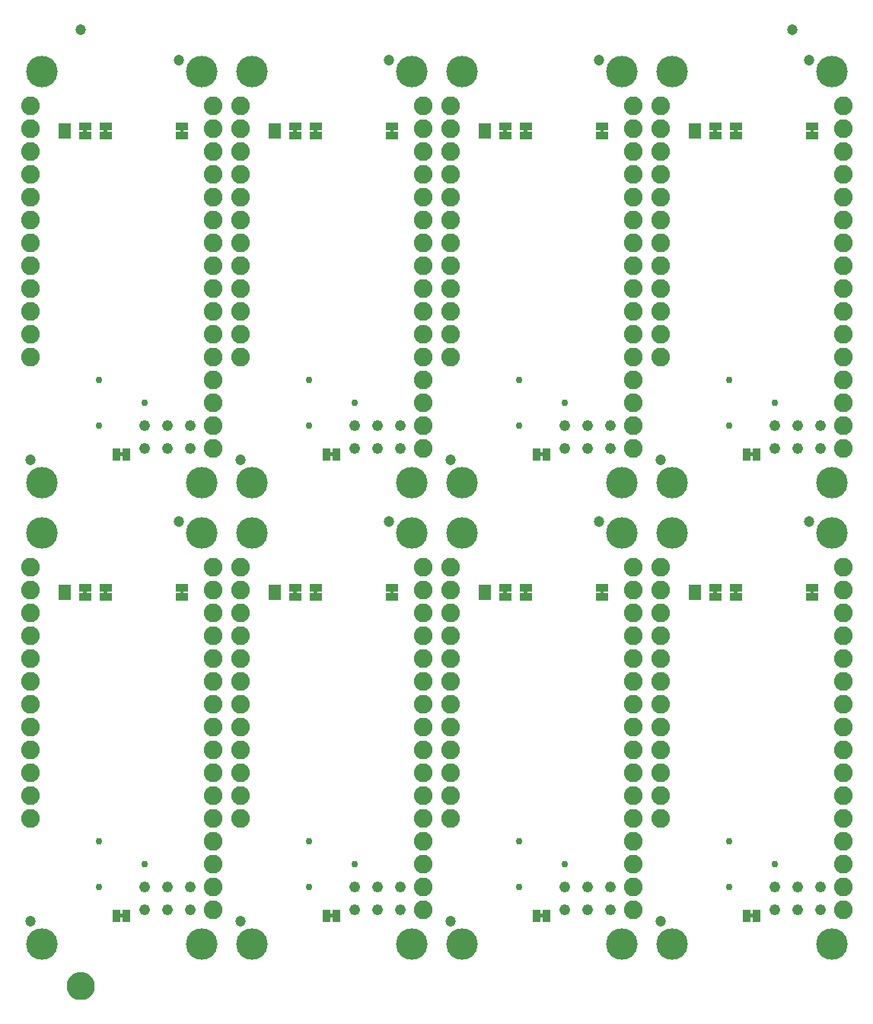
<source format=gbs>
G04 EAGLE Gerber RS-274X export*
G75*
%MOMM*%
%FSLAX34Y34*%
%LPD*%
%INSoldermask Bottom*%
%IPPOS*%
%AMOC8*
5,1,8,0,0,1.08239X$1,22.5*%
G01*
%ADD10C,1.203200*%
%ADD11C,2.082800*%
%ADD12C,3.505200*%
%ADD13R,1.473200X0.863600*%
%ADD14R,0.863600X1.473200*%
%ADD15R,1.473200X0.838200*%
%ADD16C,1.221313*%
%ADD17C,0.762000*%
%ADD18C,1.270000*%
%ADD19C,1.703200*%

G36*
X776035Y927112D02*
X776035Y927112D01*
X776101Y927114D01*
X776144Y927132D01*
X776191Y927140D01*
X776248Y927174D01*
X776308Y927199D01*
X776343Y927230D01*
X776384Y927255D01*
X776426Y927306D01*
X776474Y927350D01*
X776496Y927392D01*
X776525Y927429D01*
X776546Y927491D01*
X776577Y927550D01*
X776585Y927604D01*
X776597Y927641D01*
X776596Y927681D01*
X776604Y927735D01*
X776604Y931545D01*
X776593Y931610D01*
X776591Y931676D01*
X776573Y931719D01*
X776565Y931766D01*
X776531Y931823D01*
X776506Y931883D01*
X776475Y931918D01*
X776450Y931959D01*
X776399Y932001D01*
X776355Y932049D01*
X776313Y932071D01*
X776276Y932100D01*
X776214Y932121D01*
X776155Y932152D01*
X776101Y932160D01*
X776064Y932172D01*
X776024Y932171D01*
X775970Y932179D01*
X773430Y932179D01*
X773365Y932168D01*
X773299Y932166D01*
X773256Y932148D01*
X773209Y932140D01*
X773152Y932106D01*
X773092Y932081D01*
X773057Y932050D01*
X773016Y932025D01*
X772975Y931974D01*
X772926Y931930D01*
X772904Y931888D01*
X772875Y931851D01*
X772854Y931789D01*
X772823Y931730D01*
X772815Y931676D01*
X772803Y931639D01*
X772803Y931635D01*
X772803Y931634D01*
X772804Y931599D01*
X772796Y931545D01*
X772796Y927735D01*
X772807Y927670D01*
X772809Y927604D01*
X772827Y927561D01*
X772835Y927514D01*
X772869Y927457D01*
X772894Y927397D01*
X772925Y927362D01*
X772950Y927321D01*
X773001Y927280D01*
X773045Y927231D01*
X773087Y927209D01*
X773124Y927180D01*
X773186Y927159D01*
X773245Y927128D01*
X773299Y927120D01*
X773336Y927108D01*
X773376Y927109D01*
X773430Y927101D01*
X775970Y927101D01*
X776035Y927112D01*
G37*
G36*
X308675Y927112D02*
X308675Y927112D01*
X308741Y927114D01*
X308784Y927132D01*
X308831Y927140D01*
X308888Y927174D01*
X308948Y927199D01*
X308983Y927230D01*
X309024Y927255D01*
X309066Y927306D01*
X309114Y927350D01*
X309136Y927392D01*
X309165Y927429D01*
X309186Y927491D01*
X309217Y927550D01*
X309225Y927604D01*
X309237Y927641D01*
X309236Y927681D01*
X309244Y927735D01*
X309244Y931545D01*
X309233Y931610D01*
X309231Y931676D01*
X309213Y931719D01*
X309205Y931766D01*
X309171Y931823D01*
X309146Y931883D01*
X309115Y931918D01*
X309090Y931959D01*
X309039Y932001D01*
X308995Y932049D01*
X308953Y932071D01*
X308916Y932100D01*
X308854Y932121D01*
X308795Y932152D01*
X308741Y932160D01*
X308704Y932172D01*
X308664Y932171D01*
X308610Y932179D01*
X306070Y932179D01*
X306005Y932168D01*
X305939Y932166D01*
X305896Y932148D01*
X305849Y932140D01*
X305792Y932106D01*
X305732Y932081D01*
X305697Y932050D01*
X305656Y932025D01*
X305615Y931974D01*
X305566Y931930D01*
X305544Y931888D01*
X305515Y931851D01*
X305494Y931789D01*
X305463Y931730D01*
X305455Y931676D01*
X305443Y931639D01*
X305443Y931635D01*
X305443Y931634D01*
X305444Y931599D01*
X305436Y931545D01*
X305436Y927735D01*
X305447Y927670D01*
X305449Y927604D01*
X305467Y927561D01*
X305475Y927514D01*
X305509Y927457D01*
X305534Y927397D01*
X305565Y927362D01*
X305590Y927321D01*
X305641Y927280D01*
X305685Y927231D01*
X305727Y927209D01*
X305764Y927180D01*
X305826Y927159D01*
X305885Y927128D01*
X305939Y927120D01*
X305976Y927108D01*
X306016Y927109D01*
X306070Y927101D01*
X308610Y927101D01*
X308675Y927112D01*
G37*
G36*
X650305Y927112D02*
X650305Y927112D01*
X650371Y927114D01*
X650414Y927132D01*
X650461Y927140D01*
X650518Y927174D01*
X650578Y927199D01*
X650613Y927230D01*
X650654Y927255D01*
X650696Y927306D01*
X650744Y927350D01*
X650766Y927392D01*
X650795Y927429D01*
X650816Y927491D01*
X650847Y927550D01*
X650855Y927604D01*
X650867Y927641D01*
X650866Y927681D01*
X650874Y927735D01*
X650874Y931545D01*
X650863Y931610D01*
X650861Y931676D01*
X650843Y931719D01*
X650835Y931766D01*
X650801Y931823D01*
X650776Y931883D01*
X650745Y931918D01*
X650720Y931959D01*
X650669Y932001D01*
X650625Y932049D01*
X650583Y932071D01*
X650546Y932100D01*
X650484Y932121D01*
X650425Y932152D01*
X650371Y932160D01*
X650334Y932172D01*
X650294Y932171D01*
X650240Y932179D01*
X647700Y932179D01*
X647635Y932168D01*
X647569Y932166D01*
X647526Y932148D01*
X647479Y932140D01*
X647422Y932106D01*
X647362Y932081D01*
X647327Y932050D01*
X647286Y932025D01*
X647245Y931974D01*
X647196Y931930D01*
X647174Y931888D01*
X647145Y931851D01*
X647124Y931789D01*
X647093Y931730D01*
X647085Y931676D01*
X647073Y931639D01*
X647073Y931635D01*
X647073Y931634D01*
X647074Y931599D01*
X647066Y931545D01*
X647066Y927735D01*
X647077Y927670D01*
X647079Y927604D01*
X647097Y927561D01*
X647105Y927514D01*
X647139Y927457D01*
X647164Y927397D01*
X647195Y927362D01*
X647220Y927321D01*
X647271Y927280D01*
X647315Y927231D01*
X647357Y927209D01*
X647394Y927180D01*
X647456Y927159D01*
X647515Y927128D01*
X647569Y927120D01*
X647606Y927108D01*
X647646Y927109D01*
X647700Y927101D01*
X650240Y927101D01*
X650305Y927112D01*
G37*
G36*
X182945Y927112D02*
X182945Y927112D01*
X183011Y927114D01*
X183054Y927132D01*
X183101Y927140D01*
X183158Y927174D01*
X183218Y927199D01*
X183253Y927230D01*
X183294Y927255D01*
X183336Y927306D01*
X183384Y927350D01*
X183406Y927392D01*
X183435Y927429D01*
X183456Y927491D01*
X183487Y927550D01*
X183495Y927604D01*
X183507Y927641D01*
X183506Y927681D01*
X183514Y927735D01*
X183514Y931545D01*
X183503Y931610D01*
X183501Y931676D01*
X183483Y931719D01*
X183475Y931766D01*
X183441Y931823D01*
X183416Y931883D01*
X183385Y931918D01*
X183360Y931959D01*
X183309Y932001D01*
X183265Y932049D01*
X183223Y932071D01*
X183186Y932100D01*
X183124Y932121D01*
X183065Y932152D01*
X183011Y932160D01*
X182974Y932172D01*
X182934Y932171D01*
X182880Y932179D01*
X180340Y932179D01*
X180275Y932168D01*
X180209Y932166D01*
X180166Y932148D01*
X180119Y932140D01*
X180062Y932106D01*
X180002Y932081D01*
X179967Y932050D01*
X179926Y932025D01*
X179885Y931974D01*
X179836Y931930D01*
X179814Y931888D01*
X179785Y931851D01*
X179764Y931789D01*
X179733Y931730D01*
X179725Y931676D01*
X179713Y931639D01*
X179713Y931635D01*
X179713Y931634D01*
X179714Y931599D01*
X179706Y931545D01*
X179706Y927735D01*
X179717Y927670D01*
X179719Y927604D01*
X179737Y927561D01*
X179745Y927514D01*
X179779Y927457D01*
X179804Y927397D01*
X179835Y927362D01*
X179860Y927321D01*
X179911Y927280D01*
X179955Y927231D01*
X179997Y927209D01*
X180034Y927180D01*
X180096Y927159D01*
X180155Y927128D01*
X180209Y927120D01*
X180246Y927108D01*
X180286Y927109D01*
X180340Y927101D01*
X182880Y927101D01*
X182945Y927112D01*
G37*
G36*
X883985Y927112D02*
X883985Y927112D01*
X884051Y927114D01*
X884094Y927132D01*
X884141Y927140D01*
X884198Y927174D01*
X884258Y927199D01*
X884293Y927230D01*
X884334Y927255D01*
X884376Y927306D01*
X884424Y927350D01*
X884446Y927392D01*
X884475Y927429D01*
X884496Y927491D01*
X884527Y927550D01*
X884535Y927604D01*
X884547Y927641D01*
X884546Y927681D01*
X884554Y927735D01*
X884554Y931545D01*
X884543Y931610D01*
X884541Y931676D01*
X884523Y931719D01*
X884515Y931766D01*
X884481Y931823D01*
X884456Y931883D01*
X884425Y931918D01*
X884400Y931959D01*
X884349Y932001D01*
X884305Y932049D01*
X884263Y932071D01*
X884226Y932100D01*
X884164Y932121D01*
X884105Y932152D01*
X884051Y932160D01*
X884014Y932172D01*
X883974Y932171D01*
X883920Y932179D01*
X881380Y932179D01*
X881315Y932168D01*
X881249Y932166D01*
X881206Y932148D01*
X881159Y932140D01*
X881102Y932106D01*
X881042Y932081D01*
X881007Y932050D01*
X880966Y932025D01*
X880925Y931974D01*
X880876Y931930D01*
X880854Y931888D01*
X880825Y931851D01*
X880804Y931789D01*
X880773Y931730D01*
X880765Y931676D01*
X880753Y931639D01*
X880753Y931635D01*
X880753Y931634D01*
X880754Y931599D01*
X880746Y931545D01*
X880746Y927735D01*
X880757Y927670D01*
X880759Y927604D01*
X880777Y927561D01*
X880785Y927514D01*
X880819Y927457D01*
X880844Y927397D01*
X880875Y927362D01*
X880900Y927321D01*
X880951Y927280D01*
X880995Y927231D01*
X881037Y927209D01*
X881074Y927180D01*
X881136Y927159D01*
X881195Y927128D01*
X881249Y927120D01*
X881286Y927108D01*
X881326Y927109D01*
X881380Y927101D01*
X883920Y927101D01*
X883985Y927112D01*
G37*
G36*
X416625Y927112D02*
X416625Y927112D01*
X416691Y927114D01*
X416734Y927132D01*
X416781Y927140D01*
X416838Y927174D01*
X416898Y927199D01*
X416933Y927230D01*
X416974Y927255D01*
X417016Y927306D01*
X417064Y927350D01*
X417086Y927392D01*
X417115Y927429D01*
X417136Y927491D01*
X417167Y927550D01*
X417175Y927604D01*
X417187Y927641D01*
X417186Y927681D01*
X417194Y927735D01*
X417194Y931545D01*
X417183Y931610D01*
X417181Y931676D01*
X417163Y931719D01*
X417155Y931766D01*
X417121Y931823D01*
X417096Y931883D01*
X417065Y931918D01*
X417040Y931959D01*
X416989Y932001D01*
X416945Y932049D01*
X416903Y932071D01*
X416866Y932100D01*
X416804Y932121D01*
X416745Y932152D01*
X416691Y932160D01*
X416654Y932172D01*
X416614Y932171D01*
X416560Y932179D01*
X414020Y932179D01*
X413955Y932168D01*
X413889Y932166D01*
X413846Y932148D01*
X413799Y932140D01*
X413742Y932106D01*
X413682Y932081D01*
X413647Y932050D01*
X413606Y932025D01*
X413565Y931974D01*
X413516Y931930D01*
X413494Y931888D01*
X413465Y931851D01*
X413444Y931789D01*
X413413Y931730D01*
X413405Y931676D01*
X413393Y931639D01*
X413393Y931635D01*
X413393Y931634D01*
X413394Y931599D01*
X413386Y931545D01*
X413386Y927735D01*
X413397Y927670D01*
X413399Y927604D01*
X413417Y927561D01*
X413425Y927514D01*
X413459Y927457D01*
X413484Y927397D01*
X413515Y927362D01*
X413540Y927321D01*
X413591Y927280D01*
X413635Y927231D01*
X413677Y927209D01*
X413714Y927180D01*
X413776Y927159D01*
X413835Y927128D01*
X413889Y927120D01*
X413926Y927108D01*
X413966Y927109D01*
X414020Y927101D01*
X416560Y927101D01*
X416625Y927112D01*
G37*
G36*
X565215Y927112D02*
X565215Y927112D01*
X565281Y927114D01*
X565324Y927132D01*
X565371Y927140D01*
X565428Y927174D01*
X565488Y927199D01*
X565523Y927230D01*
X565564Y927255D01*
X565606Y927306D01*
X565654Y927350D01*
X565676Y927392D01*
X565705Y927429D01*
X565726Y927491D01*
X565757Y927550D01*
X565765Y927604D01*
X565777Y927641D01*
X565776Y927681D01*
X565784Y927735D01*
X565784Y931545D01*
X565773Y931610D01*
X565771Y931676D01*
X565753Y931719D01*
X565745Y931766D01*
X565711Y931823D01*
X565686Y931883D01*
X565655Y931918D01*
X565630Y931959D01*
X565579Y932001D01*
X565535Y932049D01*
X565493Y932071D01*
X565456Y932100D01*
X565394Y932121D01*
X565335Y932152D01*
X565281Y932160D01*
X565244Y932172D01*
X565204Y932171D01*
X565150Y932179D01*
X562610Y932179D01*
X562545Y932168D01*
X562479Y932166D01*
X562436Y932148D01*
X562389Y932140D01*
X562332Y932106D01*
X562272Y932081D01*
X562237Y932050D01*
X562196Y932025D01*
X562155Y931974D01*
X562106Y931930D01*
X562084Y931888D01*
X562055Y931851D01*
X562034Y931789D01*
X562003Y931730D01*
X561995Y931676D01*
X561983Y931639D01*
X561983Y931635D01*
X561983Y931634D01*
X561984Y931599D01*
X561976Y931545D01*
X561976Y927735D01*
X561987Y927670D01*
X561989Y927604D01*
X562007Y927561D01*
X562015Y927514D01*
X562049Y927457D01*
X562074Y927397D01*
X562105Y927362D01*
X562130Y927321D01*
X562181Y927280D01*
X562225Y927231D01*
X562267Y927209D01*
X562304Y927180D01*
X562366Y927159D01*
X562425Y927128D01*
X562479Y927120D01*
X562516Y927108D01*
X562556Y927109D01*
X562610Y927101D01*
X565150Y927101D01*
X565215Y927112D01*
G37*
G36*
X542355Y927112D02*
X542355Y927112D01*
X542421Y927114D01*
X542464Y927132D01*
X542511Y927140D01*
X542568Y927174D01*
X542628Y927199D01*
X542663Y927230D01*
X542704Y927255D01*
X542746Y927306D01*
X542794Y927350D01*
X542816Y927392D01*
X542845Y927429D01*
X542866Y927491D01*
X542897Y927550D01*
X542905Y927604D01*
X542917Y927641D01*
X542916Y927681D01*
X542924Y927735D01*
X542924Y931545D01*
X542913Y931610D01*
X542911Y931676D01*
X542893Y931719D01*
X542885Y931766D01*
X542851Y931823D01*
X542826Y931883D01*
X542795Y931918D01*
X542770Y931959D01*
X542719Y932001D01*
X542675Y932049D01*
X542633Y932071D01*
X542596Y932100D01*
X542534Y932121D01*
X542475Y932152D01*
X542421Y932160D01*
X542384Y932172D01*
X542344Y932171D01*
X542290Y932179D01*
X539750Y932179D01*
X539685Y932168D01*
X539619Y932166D01*
X539576Y932148D01*
X539529Y932140D01*
X539472Y932106D01*
X539412Y932081D01*
X539377Y932050D01*
X539336Y932025D01*
X539295Y931974D01*
X539246Y931930D01*
X539224Y931888D01*
X539195Y931851D01*
X539174Y931789D01*
X539143Y931730D01*
X539135Y931676D01*
X539123Y931639D01*
X539123Y931635D01*
X539123Y931634D01*
X539124Y931599D01*
X539116Y931545D01*
X539116Y927735D01*
X539127Y927670D01*
X539129Y927604D01*
X539147Y927561D01*
X539155Y927514D01*
X539189Y927457D01*
X539214Y927397D01*
X539245Y927362D01*
X539270Y927321D01*
X539321Y927280D01*
X539365Y927231D01*
X539407Y927209D01*
X539444Y927180D01*
X539506Y927159D01*
X539565Y927128D01*
X539619Y927120D01*
X539656Y927108D01*
X539696Y927109D01*
X539750Y927101D01*
X542290Y927101D01*
X542355Y927112D01*
G37*
G36*
X97855Y927112D02*
X97855Y927112D01*
X97921Y927114D01*
X97964Y927132D01*
X98011Y927140D01*
X98068Y927174D01*
X98128Y927199D01*
X98163Y927230D01*
X98204Y927255D01*
X98246Y927306D01*
X98294Y927350D01*
X98316Y927392D01*
X98345Y927429D01*
X98366Y927491D01*
X98397Y927550D01*
X98405Y927604D01*
X98417Y927641D01*
X98416Y927681D01*
X98424Y927735D01*
X98424Y931545D01*
X98413Y931610D01*
X98411Y931676D01*
X98393Y931719D01*
X98385Y931766D01*
X98351Y931823D01*
X98326Y931883D01*
X98295Y931918D01*
X98270Y931959D01*
X98219Y932001D01*
X98175Y932049D01*
X98133Y932071D01*
X98096Y932100D01*
X98034Y932121D01*
X97975Y932152D01*
X97921Y932160D01*
X97884Y932172D01*
X97844Y932171D01*
X97790Y932179D01*
X95250Y932179D01*
X95185Y932168D01*
X95119Y932166D01*
X95076Y932148D01*
X95029Y932140D01*
X94972Y932106D01*
X94912Y932081D01*
X94877Y932050D01*
X94836Y932025D01*
X94795Y931974D01*
X94746Y931930D01*
X94724Y931888D01*
X94695Y931851D01*
X94674Y931789D01*
X94643Y931730D01*
X94635Y931676D01*
X94623Y931639D01*
X94623Y931635D01*
X94623Y931634D01*
X94624Y931599D01*
X94616Y931545D01*
X94616Y927735D01*
X94627Y927670D01*
X94629Y927604D01*
X94647Y927561D01*
X94655Y927514D01*
X94689Y927457D01*
X94714Y927397D01*
X94745Y927362D01*
X94770Y927321D01*
X94821Y927280D01*
X94865Y927231D01*
X94907Y927209D01*
X94944Y927180D01*
X95006Y927159D01*
X95065Y927128D01*
X95119Y927120D01*
X95156Y927108D01*
X95196Y927109D01*
X95250Y927101D01*
X97790Y927101D01*
X97855Y927112D01*
G37*
G36*
X798895Y927112D02*
X798895Y927112D01*
X798961Y927114D01*
X799004Y927132D01*
X799051Y927140D01*
X799108Y927174D01*
X799168Y927199D01*
X799203Y927230D01*
X799244Y927255D01*
X799286Y927306D01*
X799334Y927350D01*
X799356Y927392D01*
X799385Y927429D01*
X799406Y927491D01*
X799437Y927550D01*
X799445Y927604D01*
X799457Y927641D01*
X799456Y927681D01*
X799464Y927735D01*
X799464Y931545D01*
X799453Y931610D01*
X799451Y931676D01*
X799433Y931719D01*
X799425Y931766D01*
X799391Y931823D01*
X799366Y931883D01*
X799335Y931918D01*
X799310Y931959D01*
X799259Y932001D01*
X799215Y932049D01*
X799173Y932071D01*
X799136Y932100D01*
X799074Y932121D01*
X799015Y932152D01*
X798961Y932160D01*
X798924Y932172D01*
X798884Y932171D01*
X798830Y932179D01*
X796290Y932179D01*
X796225Y932168D01*
X796159Y932166D01*
X796116Y932148D01*
X796069Y932140D01*
X796012Y932106D01*
X795952Y932081D01*
X795917Y932050D01*
X795876Y932025D01*
X795835Y931974D01*
X795786Y931930D01*
X795764Y931888D01*
X795735Y931851D01*
X795714Y931789D01*
X795683Y931730D01*
X795675Y931676D01*
X795663Y931639D01*
X795663Y931635D01*
X795663Y931634D01*
X795664Y931599D01*
X795656Y931545D01*
X795656Y927735D01*
X795667Y927670D01*
X795669Y927604D01*
X795687Y927561D01*
X795695Y927514D01*
X795729Y927457D01*
X795754Y927397D01*
X795785Y927362D01*
X795810Y927321D01*
X795861Y927280D01*
X795905Y927231D01*
X795947Y927209D01*
X795984Y927180D01*
X796046Y927159D01*
X796105Y927128D01*
X796159Y927120D01*
X796196Y927108D01*
X796236Y927109D01*
X796290Y927101D01*
X798830Y927101D01*
X798895Y927112D01*
G37*
G36*
X74995Y927112D02*
X74995Y927112D01*
X75061Y927114D01*
X75104Y927132D01*
X75151Y927140D01*
X75208Y927174D01*
X75268Y927199D01*
X75303Y927230D01*
X75344Y927255D01*
X75386Y927306D01*
X75434Y927350D01*
X75456Y927392D01*
X75485Y927429D01*
X75506Y927491D01*
X75537Y927550D01*
X75545Y927604D01*
X75557Y927641D01*
X75556Y927681D01*
X75564Y927735D01*
X75564Y931545D01*
X75553Y931610D01*
X75551Y931676D01*
X75533Y931719D01*
X75525Y931766D01*
X75491Y931823D01*
X75466Y931883D01*
X75435Y931918D01*
X75410Y931959D01*
X75359Y932001D01*
X75315Y932049D01*
X75273Y932071D01*
X75236Y932100D01*
X75174Y932121D01*
X75115Y932152D01*
X75061Y932160D01*
X75024Y932172D01*
X74984Y932171D01*
X74930Y932179D01*
X72390Y932179D01*
X72325Y932168D01*
X72259Y932166D01*
X72216Y932148D01*
X72169Y932140D01*
X72112Y932106D01*
X72052Y932081D01*
X72017Y932050D01*
X71976Y932025D01*
X71935Y931974D01*
X71886Y931930D01*
X71864Y931888D01*
X71835Y931851D01*
X71814Y931789D01*
X71783Y931730D01*
X71775Y931676D01*
X71763Y931639D01*
X71763Y931635D01*
X71763Y931634D01*
X71764Y931599D01*
X71756Y931545D01*
X71756Y927735D01*
X71767Y927670D01*
X71769Y927604D01*
X71787Y927561D01*
X71795Y927514D01*
X71829Y927457D01*
X71854Y927397D01*
X71885Y927362D01*
X71910Y927321D01*
X71961Y927280D01*
X72005Y927231D01*
X72047Y927209D01*
X72084Y927180D01*
X72146Y927159D01*
X72205Y927128D01*
X72259Y927120D01*
X72296Y927108D01*
X72336Y927109D01*
X72390Y927101D01*
X74930Y927101D01*
X74995Y927112D01*
G37*
G36*
X331535Y927112D02*
X331535Y927112D01*
X331601Y927114D01*
X331644Y927132D01*
X331691Y927140D01*
X331748Y927174D01*
X331808Y927199D01*
X331843Y927230D01*
X331884Y927255D01*
X331926Y927306D01*
X331974Y927350D01*
X331996Y927392D01*
X332025Y927429D01*
X332046Y927491D01*
X332077Y927550D01*
X332085Y927604D01*
X332097Y927641D01*
X332096Y927681D01*
X332104Y927735D01*
X332104Y931545D01*
X332093Y931610D01*
X332091Y931676D01*
X332073Y931719D01*
X332065Y931766D01*
X332031Y931823D01*
X332006Y931883D01*
X331975Y931918D01*
X331950Y931959D01*
X331899Y932001D01*
X331855Y932049D01*
X331813Y932071D01*
X331776Y932100D01*
X331714Y932121D01*
X331655Y932152D01*
X331601Y932160D01*
X331564Y932172D01*
X331524Y932171D01*
X331470Y932179D01*
X328930Y932179D01*
X328865Y932168D01*
X328799Y932166D01*
X328756Y932148D01*
X328709Y932140D01*
X328652Y932106D01*
X328592Y932081D01*
X328557Y932050D01*
X328516Y932025D01*
X328475Y931974D01*
X328426Y931930D01*
X328404Y931888D01*
X328375Y931851D01*
X328354Y931789D01*
X328323Y931730D01*
X328315Y931676D01*
X328303Y931639D01*
X328303Y931635D01*
X328303Y931634D01*
X328304Y931599D01*
X328296Y931545D01*
X328296Y927735D01*
X328307Y927670D01*
X328309Y927604D01*
X328327Y927561D01*
X328335Y927514D01*
X328369Y927457D01*
X328394Y927397D01*
X328425Y927362D01*
X328450Y927321D01*
X328501Y927280D01*
X328545Y927231D01*
X328587Y927209D01*
X328624Y927180D01*
X328686Y927159D01*
X328745Y927128D01*
X328799Y927120D01*
X328836Y927108D01*
X328876Y927109D01*
X328930Y927101D01*
X331470Y927101D01*
X331535Y927112D01*
G37*
G36*
X650305Y414032D02*
X650305Y414032D01*
X650371Y414034D01*
X650414Y414052D01*
X650461Y414060D01*
X650518Y414094D01*
X650578Y414119D01*
X650613Y414150D01*
X650654Y414175D01*
X650696Y414226D01*
X650744Y414270D01*
X650766Y414312D01*
X650795Y414349D01*
X650816Y414411D01*
X650847Y414470D01*
X650855Y414524D01*
X650867Y414561D01*
X650866Y414601D01*
X650874Y414655D01*
X650874Y418465D01*
X650863Y418530D01*
X650861Y418596D01*
X650843Y418639D01*
X650835Y418686D01*
X650801Y418743D01*
X650776Y418803D01*
X650745Y418838D01*
X650720Y418879D01*
X650669Y418921D01*
X650625Y418969D01*
X650583Y418991D01*
X650546Y419020D01*
X650484Y419041D01*
X650425Y419072D01*
X650371Y419080D01*
X650334Y419092D01*
X650294Y419091D01*
X650240Y419099D01*
X647700Y419099D01*
X647635Y419088D01*
X647569Y419086D01*
X647526Y419068D01*
X647479Y419060D01*
X647422Y419026D01*
X647362Y419001D01*
X647327Y418970D01*
X647286Y418945D01*
X647245Y418894D01*
X647196Y418850D01*
X647174Y418808D01*
X647145Y418771D01*
X647124Y418709D01*
X647093Y418650D01*
X647085Y418596D01*
X647073Y418559D01*
X647073Y418555D01*
X647073Y418554D01*
X647074Y418519D01*
X647066Y418465D01*
X647066Y414655D01*
X647077Y414590D01*
X647079Y414524D01*
X647097Y414481D01*
X647105Y414434D01*
X647139Y414377D01*
X647164Y414317D01*
X647195Y414282D01*
X647220Y414241D01*
X647271Y414200D01*
X647315Y414151D01*
X647357Y414129D01*
X647394Y414100D01*
X647456Y414079D01*
X647515Y414048D01*
X647569Y414040D01*
X647606Y414028D01*
X647646Y414029D01*
X647700Y414021D01*
X650240Y414021D01*
X650305Y414032D01*
G37*
G36*
X565215Y414032D02*
X565215Y414032D01*
X565281Y414034D01*
X565324Y414052D01*
X565371Y414060D01*
X565428Y414094D01*
X565488Y414119D01*
X565523Y414150D01*
X565564Y414175D01*
X565606Y414226D01*
X565654Y414270D01*
X565676Y414312D01*
X565705Y414349D01*
X565726Y414411D01*
X565757Y414470D01*
X565765Y414524D01*
X565777Y414561D01*
X565776Y414601D01*
X565784Y414655D01*
X565784Y418465D01*
X565773Y418530D01*
X565771Y418596D01*
X565753Y418639D01*
X565745Y418686D01*
X565711Y418743D01*
X565686Y418803D01*
X565655Y418838D01*
X565630Y418879D01*
X565579Y418921D01*
X565535Y418969D01*
X565493Y418991D01*
X565456Y419020D01*
X565394Y419041D01*
X565335Y419072D01*
X565281Y419080D01*
X565244Y419092D01*
X565204Y419091D01*
X565150Y419099D01*
X562610Y419099D01*
X562545Y419088D01*
X562479Y419086D01*
X562436Y419068D01*
X562389Y419060D01*
X562332Y419026D01*
X562272Y419001D01*
X562237Y418970D01*
X562196Y418945D01*
X562155Y418894D01*
X562106Y418850D01*
X562084Y418808D01*
X562055Y418771D01*
X562034Y418709D01*
X562003Y418650D01*
X561995Y418596D01*
X561983Y418559D01*
X561983Y418555D01*
X561983Y418554D01*
X561984Y418519D01*
X561976Y418465D01*
X561976Y414655D01*
X561987Y414590D01*
X561989Y414524D01*
X562007Y414481D01*
X562015Y414434D01*
X562049Y414377D01*
X562074Y414317D01*
X562105Y414282D01*
X562130Y414241D01*
X562181Y414200D01*
X562225Y414151D01*
X562267Y414129D01*
X562304Y414100D01*
X562366Y414079D01*
X562425Y414048D01*
X562479Y414040D01*
X562516Y414028D01*
X562556Y414029D01*
X562610Y414021D01*
X565150Y414021D01*
X565215Y414032D01*
G37*
G36*
X542355Y414032D02*
X542355Y414032D01*
X542421Y414034D01*
X542464Y414052D01*
X542511Y414060D01*
X542568Y414094D01*
X542628Y414119D01*
X542663Y414150D01*
X542704Y414175D01*
X542746Y414226D01*
X542794Y414270D01*
X542816Y414312D01*
X542845Y414349D01*
X542866Y414411D01*
X542897Y414470D01*
X542905Y414524D01*
X542917Y414561D01*
X542916Y414601D01*
X542924Y414655D01*
X542924Y418465D01*
X542913Y418530D01*
X542911Y418596D01*
X542893Y418639D01*
X542885Y418686D01*
X542851Y418743D01*
X542826Y418803D01*
X542795Y418838D01*
X542770Y418879D01*
X542719Y418921D01*
X542675Y418969D01*
X542633Y418991D01*
X542596Y419020D01*
X542534Y419041D01*
X542475Y419072D01*
X542421Y419080D01*
X542384Y419092D01*
X542344Y419091D01*
X542290Y419099D01*
X539750Y419099D01*
X539685Y419088D01*
X539619Y419086D01*
X539576Y419068D01*
X539529Y419060D01*
X539472Y419026D01*
X539412Y419001D01*
X539377Y418970D01*
X539336Y418945D01*
X539295Y418894D01*
X539246Y418850D01*
X539224Y418808D01*
X539195Y418771D01*
X539174Y418709D01*
X539143Y418650D01*
X539135Y418596D01*
X539123Y418559D01*
X539123Y418555D01*
X539123Y418554D01*
X539124Y418519D01*
X539116Y418465D01*
X539116Y414655D01*
X539127Y414590D01*
X539129Y414524D01*
X539147Y414481D01*
X539155Y414434D01*
X539189Y414377D01*
X539214Y414317D01*
X539245Y414282D01*
X539270Y414241D01*
X539321Y414200D01*
X539365Y414151D01*
X539407Y414129D01*
X539444Y414100D01*
X539506Y414079D01*
X539565Y414048D01*
X539619Y414040D01*
X539656Y414028D01*
X539696Y414029D01*
X539750Y414021D01*
X542290Y414021D01*
X542355Y414032D01*
G37*
G36*
X416625Y414032D02*
X416625Y414032D01*
X416691Y414034D01*
X416734Y414052D01*
X416781Y414060D01*
X416838Y414094D01*
X416898Y414119D01*
X416933Y414150D01*
X416974Y414175D01*
X417016Y414226D01*
X417064Y414270D01*
X417086Y414312D01*
X417115Y414349D01*
X417136Y414411D01*
X417167Y414470D01*
X417175Y414524D01*
X417187Y414561D01*
X417186Y414601D01*
X417194Y414655D01*
X417194Y418465D01*
X417183Y418530D01*
X417181Y418596D01*
X417163Y418639D01*
X417155Y418686D01*
X417121Y418743D01*
X417096Y418803D01*
X417065Y418838D01*
X417040Y418879D01*
X416989Y418921D01*
X416945Y418969D01*
X416903Y418991D01*
X416866Y419020D01*
X416804Y419041D01*
X416745Y419072D01*
X416691Y419080D01*
X416654Y419092D01*
X416614Y419091D01*
X416560Y419099D01*
X414020Y419099D01*
X413955Y419088D01*
X413889Y419086D01*
X413846Y419068D01*
X413799Y419060D01*
X413742Y419026D01*
X413682Y419001D01*
X413647Y418970D01*
X413606Y418945D01*
X413565Y418894D01*
X413516Y418850D01*
X413494Y418808D01*
X413465Y418771D01*
X413444Y418709D01*
X413413Y418650D01*
X413405Y418596D01*
X413393Y418559D01*
X413393Y418555D01*
X413393Y418554D01*
X413394Y418519D01*
X413386Y418465D01*
X413386Y414655D01*
X413397Y414590D01*
X413399Y414524D01*
X413417Y414481D01*
X413425Y414434D01*
X413459Y414377D01*
X413484Y414317D01*
X413515Y414282D01*
X413540Y414241D01*
X413591Y414200D01*
X413635Y414151D01*
X413677Y414129D01*
X413714Y414100D01*
X413776Y414079D01*
X413835Y414048D01*
X413889Y414040D01*
X413926Y414028D01*
X413966Y414029D01*
X414020Y414021D01*
X416560Y414021D01*
X416625Y414032D01*
G37*
G36*
X776035Y414032D02*
X776035Y414032D01*
X776101Y414034D01*
X776144Y414052D01*
X776191Y414060D01*
X776248Y414094D01*
X776308Y414119D01*
X776343Y414150D01*
X776384Y414175D01*
X776426Y414226D01*
X776474Y414270D01*
X776496Y414312D01*
X776525Y414349D01*
X776546Y414411D01*
X776577Y414470D01*
X776585Y414524D01*
X776597Y414561D01*
X776596Y414601D01*
X776604Y414655D01*
X776604Y418465D01*
X776593Y418530D01*
X776591Y418596D01*
X776573Y418639D01*
X776565Y418686D01*
X776531Y418743D01*
X776506Y418803D01*
X776475Y418838D01*
X776450Y418879D01*
X776399Y418921D01*
X776355Y418969D01*
X776313Y418991D01*
X776276Y419020D01*
X776214Y419041D01*
X776155Y419072D01*
X776101Y419080D01*
X776064Y419092D01*
X776024Y419091D01*
X775970Y419099D01*
X773430Y419099D01*
X773365Y419088D01*
X773299Y419086D01*
X773256Y419068D01*
X773209Y419060D01*
X773152Y419026D01*
X773092Y419001D01*
X773057Y418970D01*
X773016Y418945D01*
X772975Y418894D01*
X772926Y418850D01*
X772904Y418808D01*
X772875Y418771D01*
X772854Y418709D01*
X772823Y418650D01*
X772815Y418596D01*
X772803Y418559D01*
X772803Y418555D01*
X772803Y418554D01*
X772804Y418519D01*
X772796Y418465D01*
X772796Y414655D01*
X772807Y414590D01*
X772809Y414524D01*
X772827Y414481D01*
X772835Y414434D01*
X772869Y414377D01*
X772894Y414317D01*
X772925Y414282D01*
X772950Y414241D01*
X773001Y414200D01*
X773045Y414151D01*
X773087Y414129D01*
X773124Y414100D01*
X773186Y414079D01*
X773245Y414048D01*
X773299Y414040D01*
X773336Y414028D01*
X773376Y414029D01*
X773430Y414021D01*
X775970Y414021D01*
X776035Y414032D01*
G37*
G36*
X97855Y414032D02*
X97855Y414032D01*
X97921Y414034D01*
X97964Y414052D01*
X98011Y414060D01*
X98068Y414094D01*
X98128Y414119D01*
X98163Y414150D01*
X98204Y414175D01*
X98246Y414226D01*
X98294Y414270D01*
X98316Y414312D01*
X98345Y414349D01*
X98366Y414411D01*
X98397Y414470D01*
X98405Y414524D01*
X98417Y414561D01*
X98416Y414601D01*
X98424Y414655D01*
X98424Y418465D01*
X98413Y418530D01*
X98411Y418596D01*
X98393Y418639D01*
X98385Y418686D01*
X98351Y418743D01*
X98326Y418803D01*
X98295Y418838D01*
X98270Y418879D01*
X98219Y418921D01*
X98175Y418969D01*
X98133Y418991D01*
X98096Y419020D01*
X98034Y419041D01*
X97975Y419072D01*
X97921Y419080D01*
X97884Y419092D01*
X97844Y419091D01*
X97790Y419099D01*
X95250Y419099D01*
X95185Y419088D01*
X95119Y419086D01*
X95076Y419068D01*
X95029Y419060D01*
X94972Y419026D01*
X94912Y419001D01*
X94877Y418970D01*
X94836Y418945D01*
X94795Y418894D01*
X94746Y418850D01*
X94724Y418808D01*
X94695Y418771D01*
X94674Y418709D01*
X94643Y418650D01*
X94635Y418596D01*
X94623Y418559D01*
X94623Y418555D01*
X94623Y418554D01*
X94624Y418519D01*
X94616Y418465D01*
X94616Y414655D01*
X94627Y414590D01*
X94629Y414524D01*
X94647Y414481D01*
X94655Y414434D01*
X94689Y414377D01*
X94714Y414317D01*
X94745Y414282D01*
X94770Y414241D01*
X94821Y414200D01*
X94865Y414151D01*
X94907Y414129D01*
X94944Y414100D01*
X95006Y414079D01*
X95065Y414048D01*
X95119Y414040D01*
X95156Y414028D01*
X95196Y414029D01*
X95250Y414021D01*
X97790Y414021D01*
X97855Y414032D01*
G37*
G36*
X74995Y414032D02*
X74995Y414032D01*
X75061Y414034D01*
X75104Y414052D01*
X75151Y414060D01*
X75208Y414094D01*
X75268Y414119D01*
X75303Y414150D01*
X75344Y414175D01*
X75386Y414226D01*
X75434Y414270D01*
X75456Y414312D01*
X75485Y414349D01*
X75506Y414411D01*
X75537Y414470D01*
X75545Y414524D01*
X75557Y414561D01*
X75556Y414601D01*
X75564Y414655D01*
X75564Y418465D01*
X75553Y418530D01*
X75551Y418596D01*
X75533Y418639D01*
X75525Y418686D01*
X75491Y418743D01*
X75466Y418803D01*
X75435Y418838D01*
X75410Y418879D01*
X75359Y418921D01*
X75315Y418969D01*
X75273Y418991D01*
X75236Y419020D01*
X75174Y419041D01*
X75115Y419072D01*
X75061Y419080D01*
X75024Y419092D01*
X74984Y419091D01*
X74930Y419099D01*
X72390Y419099D01*
X72325Y419088D01*
X72259Y419086D01*
X72216Y419068D01*
X72169Y419060D01*
X72112Y419026D01*
X72052Y419001D01*
X72017Y418970D01*
X71976Y418945D01*
X71935Y418894D01*
X71886Y418850D01*
X71864Y418808D01*
X71835Y418771D01*
X71814Y418709D01*
X71783Y418650D01*
X71775Y418596D01*
X71763Y418559D01*
X71763Y418555D01*
X71763Y418554D01*
X71764Y418519D01*
X71756Y418465D01*
X71756Y414655D01*
X71767Y414590D01*
X71769Y414524D01*
X71787Y414481D01*
X71795Y414434D01*
X71829Y414377D01*
X71854Y414317D01*
X71885Y414282D01*
X71910Y414241D01*
X71961Y414200D01*
X72005Y414151D01*
X72047Y414129D01*
X72084Y414100D01*
X72146Y414079D01*
X72205Y414048D01*
X72259Y414040D01*
X72296Y414028D01*
X72336Y414029D01*
X72390Y414021D01*
X74930Y414021D01*
X74995Y414032D01*
G37*
G36*
X331535Y414032D02*
X331535Y414032D01*
X331601Y414034D01*
X331644Y414052D01*
X331691Y414060D01*
X331748Y414094D01*
X331808Y414119D01*
X331843Y414150D01*
X331884Y414175D01*
X331926Y414226D01*
X331974Y414270D01*
X331996Y414312D01*
X332025Y414349D01*
X332046Y414411D01*
X332077Y414470D01*
X332085Y414524D01*
X332097Y414561D01*
X332096Y414601D01*
X332104Y414655D01*
X332104Y418465D01*
X332093Y418530D01*
X332091Y418596D01*
X332073Y418639D01*
X332065Y418686D01*
X332031Y418743D01*
X332006Y418803D01*
X331975Y418838D01*
X331950Y418879D01*
X331899Y418921D01*
X331855Y418969D01*
X331813Y418991D01*
X331776Y419020D01*
X331714Y419041D01*
X331655Y419072D01*
X331601Y419080D01*
X331564Y419092D01*
X331524Y419091D01*
X331470Y419099D01*
X328930Y419099D01*
X328865Y419088D01*
X328799Y419086D01*
X328756Y419068D01*
X328709Y419060D01*
X328652Y419026D01*
X328592Y419001D01*
X328557Y418970D01*
X328516Y418945D01*
X328475Y418894D01*
X328426Y418850D01*
X328404Y418808D01*
X328375Y418771D01*
X328354Y418709D01*
X328323Y418650D01*
X328315Y418596D01*
X328303Y418559D01*
X328303Y418555D01*
X328303Y418554D01*
X328304Y418519D01*
X328296Y418465D01*
X328296Y414655D01*
X328307Y414590D01*
X328309Y414524D01*
X328327Y414481D01*
X328335Y414434D01*
X328369Y414377D01*
X328394Y414317D01*
X328425Y414282D01*
X328450Y414241D01*
X328501Y414200D01*
X328545Y414151D01*
X328587Y414129D01*
X328624Y414100D01*
X328686Y414079D01*
X328745Y414048D01*
X328799Y414040D01*
X328836Y414028D01*
X328876Y414029D01*
X328930Y414021D01*
X331470Y414021D01*
X331535Y414032D01*
G37*
G36*
X798895Y414032D02*
X798895Y414032D01*
X798961Y414034D01*
X799004Y414052D01*
X799051Y414060D01*
X799108Y414094D01*
X799168Y414119D01*
X799203Y414150D01*
X799244Y414175D01*
X799286Y414226D01*
X799334Y414270D01*
X799356Y414312D01*
X799385Y414349D01*
X799406Y414411D01*
X799437Y414470D01*
X799445Y414524D01*
X799457Y414561D01*
X799456Y414601D01*
X799464Y414655D01*
X799464Y418465D01*
X799453Y418530D01*
X799451Y418596D01*
X799433Y418639D01*
X799425Y418686D01*
X799391Y418743D01*
X799366Y418803D01*
X799335Y418838D01*
X799310Y418879D01*
X799259Y418921D01*
X799215Y418969D01*
X799173Y418991D01*
X799136Y419020D01*
X799074Y419041D01*
X799015Y419072D01*
X798961Y419080D01*
X798924Y419092D01*
X798884Y419091D01*
X798830Y419099D01*
X796290Y419099D01*
X796225Y419088D01*
X796159Y419086D01*
X796116Y419068D01*
X796069Y419060D01*
X796012Y419026D01*
X795952Y419001D01*
X795917Y418970D01*
X795876Y418945D01*
X795835Y418894D01*
X795786Y418850D01*
X795764Y418808D01*
X795735Y418771D01*
X795714Y418709D01*
X795683Y418650D01*
X795675Y418596D01*
X795663Y418559D01*
X795663Y418555D01*
X795663Y418554D01*
X795664Y418519D01*
X795656Y418465D01*
X795656Y414655D01*
X795667Y414590D01*
X795669Y414524D01*
X795687Y414481D01*
X795695Y414434D01*
X795729Y414377D01*
X795754Y414317D01*
X795785Y414282D01*
X795810Y414241D01*
X795861Y414200D01*
X795905Y414151D01*
X795947Y414129D01*
X795984Y414100D01*
X796046Y414079D01*
X796105Y414048D01*
X796159Y414040D01*
X796196Y414028D01*
X796236Y414029D01*
X796290Y414021D01*
X798830Y414021D01*
X798895Y414032D01*
G37*
G36*
X883985Y414032D02*
X883985Y414032D01*
X884051Y414034D01*
X884094Y414052D01*
X884141Y414060D01*
X884198Y414094D01*
X884258Y414119D01*
X884293Y414150D01*
X884334Y414175D01*
X884376Y414226D01*
X884424Y414270D01*
X884446Y414312D01*
X884475Y414349D01*
X884496Y414411D01*
X884527Y414470D01*
X884535Y414524D01*
X884547Y414561D01*
X884546Y414601D01*
X884554Y414655D01*
X884554Y418465D01*
X884543Y418530D01*
X884541Y418596D01*
X884523Y418639D01*
X884515Y418686D01*
X884481Y418743D01*
X884456Y418803D01*
X884425Y418838D01*
X884400Y418879D01*
X884349Y418921D01*
X884305Y418969D01*
X884263Y418991D01*
X884226Y419020D01*
X884164Y419041D01*
X884105Y419072D01*
X884051Y419080D01*
X884014Y419092D01*
X883974Y419091D01*
X883920Y419099D01*
X881380Y419099D01*
X881315Y419088D01*
X881249Y419086D01*
X881206Y419068D01*
X881159Y419060D01*
X881102Y419026D01*
X881042Y419001D01*
X881007Y418970D01*
X880966Y418945D01*
X880925Y418894D01*
X880876Y418850D01*
X880854Y418808D01*
X880825Y418771D01*
X880804Y418709D01*
X880773Y418650D01*
X880765Y418596D01*
X880753Y418559D01*
X880753Y418555D01*
X880753Y418554D01*
X880754Y418519D01*
X880746Y418465D01*
X880746Y414655D01*
X880757Y414590D01*
X880759Y414524D01*
X880777Y414481D01*
X880785Y414434D01*
X880819Y414377D01*
X880844Y414317D01*
X880875Y414282D01*
X880900Y414241D01*
X880951Y414200D01*
X880995Y414151D01*
X881037Y414129D01*
X881074Y414100D01*
X881136Y414079D01*
X881195Y414048D01*
X881249Y414040D01*
X881286Y414028D01*
X881326Y414029D01*
X881380Y414021D01*
X883920Y414021D01*
X883985Y414032D01*
G37*
G36*
X308675Y414032D02*
X308675Y414032D01*
X308741Y414034D01*
X308784Y414052D01*
X308831Y414060D01*
X308888Y414094D01*
X308948Y414119D01*
X308983Y414150D01*
X309024Y414175D01*
X309066Y414226D01*
X309114Y414270D01*
X309136Y414312D01*
X309165Y414349D01*
X309186Y414411D01*
X309217Y414470D01*
X309225Y414524D01*
X309237Y414561D01*
X309236Y414601D01*
X309244Y414655D01*
X309244Y418465D01*
X309233Y418530D01*
X309231Y418596D01*
X309213Y418639D01*
X309205Y418686D01*
X309171Y418743D01*
X309146Y418803D01*
X309115Y418838D01*
X309090Y418879D01*
X309039Y418921D01*
X308995Y418969D01*
X308953Y418991D01*
X308916Y419020D01*
X308854Y419041D01*
X308795Y419072D01*
X308741Y419080D01*
X308704Y419092D01*
X308664Y419091D01*
X308610Y419099D01*
X306070Y419099D01*
X306005Y419088D01*
X305939Y419086D01*
X305896Y419068D01*
X305849Y419060D01*
X305792Y419026D01*
X305732Y419001D01*
X305697Y418970D01*
X305656Y418945D01*
X305615Y418894D01*
X305566Y418850D01*
X305544Y418808D01*
X305515Y418771D01*
X305494Y418709D01*
X305463Y418650D01*
X305455Y418596D01*
X305443Y418559D01*
X305443Y418555D01*
X305443Y418554D01*
X305444Y418519D01*
X305436Y418465D01*
X305436Y414655D01*
X305447Y414590D01*
X305449Y414524D01*
X305467Y414481D01*
X305475Y414434D01*
X305509Y414377D01*
X305534Y414317D01*
X305565Y414282D01*
X305590Y414241D01*
X305641Y414200D01*
X305685Y414151D01*
X305727Y414129D01*
X305764Y414100D01*
X305826Y414079D01*
X305885Y414048D01*
X305939Y414040D01*
X305976Y414028D01*
X306016Y414029D01*
X306070Y414021D01*
X308610Y414021D01*
X308675Y414032D01*
G37*
G36*
X182945Y414032D02*
X182945Y414032D01*
X183011Y414034D01*
X183054Y414052D01*
X183101Y414060D01*
X183158Y414094D01*
X183218Y414119D01*
X183253Y414150D01*
X183294Y414175D01*
X183336Y414226D01*
X183384Y414270D01*
X183406Y414312D01*
X183435Y414349D01*
X183456Y414411D01*
X183487Y414470D01*
X183495Y414524D01*
X183507Y414561D01*
X183506Y414601D01*
X183514Y414655D01*
X183514Y418465D01*
X183503Y418530D01*
X183501Y418596D01*
X183483Y418639D01*
X183475Y418686D01*
X183441Y418743D01*
X183416Y418803D01*
X183385Y418838D01*
X183360Y418879D01*
X183309Y418921D01*
X183265Y418969D01*
X183223Y418991D01*
X183186Y419020D01*
X183124Y419041D01*
X183065Y419072D01*
X183011Y419080D01*
X182974Y419092D01*
X182934Y419091D01*
X182880Y419099D01*
X180340Y419099D01*
X180275Y419088D01*
X180209Y419086D01*
X180166Y419068D01*
X180119Y419060D01*
X180062Y419026D01*
X180002Y419001D01*
X179967Y418970D01*
X179926Y418945D01*
X179885Y418894D01*
X179836Y418850D01*
X179814Y418808D01*
X179785Y418771D01*
X179764Y418709D01*
X179733Y418650D01*
X179725Y418596D01*
X179713Y418559D01*
X179713Y418555D01*
X179713Y418554D01*
X179714Y418519D01*
X179706Y418465D01*
X179706Y414655D01*
X179717Y414590D01*
X179719Y414524D01*
X179737Y414481D01*
X179745Y414434D01*
X179779Y414377D01*
X179804Y414317D01*
X179835Y414282D01*
X179860Y414241D01*
X179911Y414200D01*
X179955Y414151D01*
X179997Y414129D01*
X180034Y414100D01*
X180096Y414079D01*
X180155Y414048D01*
X180209Y414040D01*
X180246Y414028D01*
X180286Y414029D01*
X180340Y414021D01*
X182880Y414021D01*
X182945Y414032D01*
G37*
G36*
X116270Y568337D02*
X116270Y568337D01*
X116336Y568339D01*
X116379Y568357D01*
X116426Y568365D01*
X116483Y568399D01*
X116543Y568424D01*
X116578Y568455D01*
X116619Y568480D01*
X116661Y568531D01*
X116709Y568575D01*
X116731Y568617D01*
X116760Y568654D01*
X116781Y568716D01*
X116812Y568775D01*
X116820Y568829D01*
X116832Y568866D01*
X116831Y568906D01*
X116839Y568960D01*
X116839Y571500D01*
X116828Y571565D01*
X116826Y571631D01*
X116808Y571674D01*
X116800Y571721D01*
X116766Y571778D01*
X116741Y571838D01*
X116710Y571873D01*
X116685Y571914D01*
X116634Y571956D01*
X116590Y572004D01*
X116548Y572026D01*
X116511Y572055D01*
X116449Y572076D01*
X116390Y572107D01*
X116336Y572115D01*
X116299Y572127D01*
X116259Y572126D01*
X116205Y572134D01*
X112395Y572134D01*
X112330Y572123D01*
X112264Y572121D01*
X112221Y572103D01*
X112174Y572095D01*
X112117Y572061D01*
X112057Y572036D01*
X112022Y572005D01*
X111981Y571980D01*
X111940Y571929D01*
X111891Y571885D01*
X111869Y571843D01*
X111840Y571806D01*
X111819Y571744D01*
X111788Y571685D01*
X111780Y571631D01*
X111768Y571594D01*
X111768Y571591D01*
X111769Y571554D01*
X111761Y571500D01*
X111761Y568960D01*
X111772Y568895D01*
X111774Y568829D01*
X111792Y568786D01*
X111800Y568739D01*
X111834Y568682D01*
X111859Y568622D01*
X111890Y568587D01*
X111915Y568546D01*
X111966Y568505D01*
X112010Y568456D01*
X112052Y568434D01*
X112089Y568405D01*
X112151Y568384D01*
X112210Y568353D01*
X112264Y568345D01*
X112301Y568333D01*
X112341Y568334D01*
X112395Y568326D01*
X116205Y568326D01*
X116270Y568337D01*
G37*
G36*
X349950Y568337D02*
X349950Y568337D01*
X350016Y568339D01*
X350059Y568357D01*
X350106Y568365D01*
X350163Y568399D01*
X350223Y568424D01*
X350258Y568455D01*
X350299Y568480D01*
X350341Y568531D01*
X350389Y568575D01*
X350411Y568617D01*
X350440Y568654D01*
X350461Y568716D01*
X350492Y568775D01*
X350500Y568829D01*
X350512Y568866D01*
X350511Y568906D01*
X350519Y568960D01*
X350519Y571500D01*
X350508Y571565D01*
X350506Y571631D01*
X350488Y571674D01*
X350480Y571721D01*
X350446Y571778D01*
X350421Y571838D01*
X350390Y571873D01*
X350365Y571914D01*
X350314Y571956D01*
X350270Y572004D01*
X350228Y572026D01*
X350191Y572055D01*
X350129Y572076D01*
X350070Y572107D01*
X350016Y572115D01*
X349979Y572127D01*
X349939Y572126D01*
X349885Y572134D01*
X346075Y572134D01*
X346010Y572123D01*
X345944Y572121D01*
X345901Y572103D01*
X345854Y572095D01*
X345797Y572061D01*
X345737Y572036D01*
X345702Y572005D01*
X345661Y571980D01*
X345620Y571929D01*
X345571Y571885D01*
X345549Y571843D01*
X345520Y571806D01*
X345499Y571744D01*
X345468Y571685D01*
X345460Y571631D01*
X345448Y571594D01*
X345448Y571591D01*
X345449Y571554D01*
X345441Y571500D01*
X345441Y568960D01*
X345452Y568895D01*
X345454Y568829D01*
X345472Y568786D01*
X345480Y568739D01*
X345514Y568682D01*
X345539Y568622D01*
X345570Y568587D01*
X345595Y568546D01*
X345646Y568505D01*
X345690Y568456D01*
X345732Y568434D01*
X345769Y568405D01*
X345831Y568384D01*
X345890Y568353D01*
X345944Y568345D01*
X345981Y568333D01*
X346021Y568334D01*
X346075Y568326D01*
X349885Y568326D01*
X349950Y568337D01*
G37*
G36*
X583630Y568337D02*
X583630Y568337D01*
X583696Y568339D01*
X583739Y568357D01*
X583786Y568365D01*
X583843Y568399D01*
X583903Y568424D01*
X583938Y568455D01*
X583979Y568480D01*
X584021Y568531D01*
X584069Y568575D01*
X584091Y568617D01*
X584120Y568654D01*
X584141Y568716D01*
X584172Y568775D01*
X584180Y568829D01*
X584192Y568866D01*
X584191Y568906D01*
X584199Y568960D01*
X584199Y571500D01*
X584188Y571565D01*
X584186Y571631D01*
X584168Y571674D01*
X584160Y571721D01*
X584126Y571778D01*
X584101Y571838D01*
X584070Y571873D01*
X584045Y571914D01*
X583994Y571956D01*
X583950Y572004D01*
X583908Y572026D01*
X583871Y572055D01*
X583809Y572076D01*
X583750Y572107D01*
X583696Y572115D01*
X583659Y572127D01*
X583619Y572126D01*
X583565Y572134D01*
X579755Y572134D01*
X579690Y572123D01*
X579624Y572121D01*
X579581Y572103D01*
X579534Y572095D01*
X579477Y572061D01*
X579417Y572036D01*
X579382Y572005D01*
X579341Y571980D01*
X579300Y571929D01*
X579251Y571885D01*
X579229Y571843D01*
X579200Y571806D01*
X579179Y571744D01*
X579148Y571685D01*
X579140Y571631D01*
X579128Y571594D01*
X579128Y571591D01*
X579129Y571554D01*
X579121Y571500D01*
X579121Y568960D01*
X579132Y568895D01*
X579134Y568829D01*
X579152Y568786D01*
X579160Y568739D01*
X579194Y568682D01*
X579219Y568622D01*
X579250Y568587D01*
X579275Y568546D01*
X579326Y568505D01*
X579370Y568456D01*
X579412Y568434D01*
X579449Y568405D01*
X579511Y568384D01*
X579570Y568353D01*
X579624Y568345D01*
X579661Y568333D01*
X579701Y568334D01*
X579755Y568326D01*
X583565Y568326D01*
X583630Y568337D01*
G37*
G36*
X817310Y568337D02*
X817310Y568337D01*
X817376Y568339D01*
X817419Y568357D01*
X817466Y568365D01*
X817523Y568399D01*
X817583Y568424D01*
X817618Y568455D01*
X817659Y568480D01*
X817701Y568531D01*
X817749Y568575D01*
X817771Y568617D01*
X817800Y568654D01*
X817821Y568716D01*
X817852Y568775D01*
X817860Y568829D01*
X817872Y568866D01*
X817871Y568906D01*
X817879Y568960D01*
X817879Y571500D01*
X817868Y571565D01*
X817866Y571631D01*
X817848Y571674D01*
X817840Y571721D01*
X817806Y571778D01*
X817781Y571838D01*
X817750Y571873D01*
X817725Y571914D01*
X817674Y571956D01*
X817630Y572004D01*
X817588Y572026D01*
X817551Y572055D01*
X817489Y572076D01*
X817430Y572107D01*
X817376Y572115D01*
X817339Y572127D01*
X817299Y572126D01*
X817245Y572134D01*
X813435Y572134D01*
X813370Y572123D01*
X813304Y572121D01*
X813261Y572103D01*
X813214Y572095D01*
X813157Y572061D01*
X813097Y572036D01*
X813062Y572005D01*
X813021Y571980D01*
X812980Y571929D01*
X812931Y571885D01*
X812909Y571843D01*
X812880Y571806D01*
X812859Y571744D01*
X812828Y571685D01*
X812820Y571631D01*
X812808Y571594D01*
X812808Y571591D01*
X812809Y571554D01*
X812801Y571500D01*
X812801Y568960D01*
X812812Y568895D01*
X812814Y568829D01*
X812832Y568786D01*
X812840Y568739D01*
X812874Y568682D01*
X812899Y568622D01*
X812930Y568587D01*
X812955Y568546D01*
X813006Y568505D01*
X813050Y568456D01*
X813092Y568434D01*
X813129Y568405D01*
X813191Y568384D01*
X813250Y568353D01*
X813304Y568345D01*
X813341Y568333D01*
X813381Y568334D01*
X813435Y568326D01*
X817245Y568326D01*
X817310Y568337D01*
G37*
G36*
X817310Y55257D02*
X817310Y55257D01*
X817376Y55259D01*
X817419Y55277D01*
X817466Y55285D01*
X817523Y55319D01*
X817583Y55344D01*
X817618Y55375D01*
X817659Y55400D01*
X817701Y55451D01*
X817749Y55495D01*
X817771Y55537D01*
X817800Y55574D01*
X817821Y55636D01*
X817852Y55695D01*
X817860Y55749D01*
X817872Y55786D01*
X817871Y55826D01*
X817879Y55880D01*
X817879Y58420D01*
X817868Y58485D01*
X817866Y58551D01*
X817848Y58594D01*
X817840Y58641D01*
X817806Y58698D01*
X817781Y58758D01*
X817750Y58793D01*
X817725Y58834D01*
X817674Y58876D01*
X817630Y58924D01*
X817588Y58946D01*
X817551Y58975D01*
X817489Y58996D01*
X817430Y59027D01*
X817376Y59035D01*
X817339Y59047D01*
X817299Y59046D01*
X817245Y59054D01*
X813435Y59054D01*
X813370Y59043D01*
X813304Y59041D01*
X813261Y59023D01*
X813214Y59015D01*
X813157Y58981D01*
X813097Y58956D01*
X813062Y58925D01*
X813021Y58900D01*
X812980Y58849D01*
X812931Y58805D01*
X812909Y58763D01*
X812880Y58726D01*
X812859Y58664D01*
X812828Y58605D01*
X812820Y58551D01*
X812808Y58514D01*
X812808Y58511D01*
X812809Y58474D01*
X812801Y58420D01*
X812801Y55880D01*
X812812Y55815D01*
X812814Y55749D01*
X812832Y55706D01*
X812840Y55659D01*
X812874Y55602D01*
X812899Y55542D01*
X812930Y55507D01*
X812955Y55466D01*
X813006Y55425D01*
X813050Y55376D01*
X813092Y55354D01*
X813129Y55325D01*
X813191Y55304D01*
X813250Y55273D01*
X813304Y55265D01*
X813341Y55253D01*
X813381Y55254D01*
X813435Y55246D01*
X817245Y55246D01*
X817310Y55257D01*
G37*
G36*
X349950Y55257D02*
X349950Y55257D01*
X350016Y55259D01*
X350059Y55277D01*
X350106Y55285D01*
X350163Y55319D01*
X350223Y55344D01*
X350258Y55375D01*
X350299Y55400D01*
X350341Y55451D01*
X350389Y55495D01*
X350411Y55537D01*
X350440Y55574D01*
X350461Y55636D01*
X350492Y55695D01*
X350500Y55749D01*
X350512Y55786D01*
X350511Y55826D01*
X350519Y55880D01*
X350519Y58420D01*
X350508Y58485D01*
X350506Y58551D01*
X350488Y58594D01*
X350480Y58641D01*
X350446Y58698D01*
X350421Y58758D01*
X350390Y58793D01*
X350365Y58834D01*
X350314Y58876D01*
X350270Y58924D01*
X350228Y58946D01*
X350191Y58975D01*
X350129Y58996D01*
X350070Y59027D01*
X350016Y59035D01*
X349979Y59047D01*
X349939Y59046D01*
X349885Y59054D01*
X346075Y59054D01*
X346010Y59043D01*
X345944Y59041D01*
X345901Y59023D01*
X345854Y59015D01*
X345797Y58981D01*
X345737Y58956D01*
X345702Y58925D01*
X345661Y58900D01*
X345620Y58849D01*
X345571Y58805D01*
X345549Y58763D01*
X345520Y58726D01*
X345499Y58664D01*
X345468Y58605D01*
X345460Y58551D01*
X345448Y58514D01*
X345448Y58511D01*
X345449Y58474D01*
X345441Y58420D01*
X345441Y55880D01*
X345452Y55815D01*
X345454Y55749D01*
X345472Y55706D01*
X345480Y55659D01*
X345514Y55602D01*
X345539Y55542D01*
X345570Y55507D01*
X345595Y55466D01*
X345646Y55425D01*
X345690Y55376D01*
X345732Y55354D01*
X345769Y55325D01*
X345831Y55304D01*
X345890Y55273D01*
X345944Y55265D01*
X345981Y55253D01*
X346021Y55254D01*
X346075Y55246D01*
X349885Y55246D01*
X349950Y55257D01*
G37*
G36*
X583630Y55257D02*
X583630Y55257D01*
X583696Y55259D01*
X583739Y55277D01*
X583786Y55285D01*
X583843Y55319D01*
X583903Y55344D01*
X583938Y55375D01*
X583979Y55400D01*
X584021Y55451D01*
X584069Y55495D01*
X584091Y55537D01*
X584120Y55574D01*
X584141Y55636D01*
X584172Y55695D01*
X584180Y55749D01*
X584192Y55786D01*
X584191Y55826D01*
X584199Y55880D01*
X584199Y58420D01*
X584188Y58485D01*
X584186Y58551D01*
X584168Y58594D01*
X584160Y58641D01*
X584126Y58698D01*
X584101Y58758D01*
X584070Y58793D01*
X584045Y58834D01*
X583994Y58876D01*
X583950Y58924D01*
X583908Y58946D01*
X583871Y58975D01*
X583809Y58996D01*
X583750Y59027D01*
X583696Y59035D01*
X583659Y59047D01*
X583619Y59046D01*
X583565Y59054D01*
X579755Y59054D01*
X579690Y59043D01*
X579624Y59041D01*
X579581Y59023D01*
X579534Y59015D01*
X579477Y58981D01*
X579417Y58956D01*
X579382Y58925D01*
X579341Y58900D01*
X579300Y58849D01*
X579251Y58805D01*
X579229Y58763D01*
X579200Y58726D01*
X579179Y58664D01*
X579148Y58605D01*
X579140Y58551D01*
X579128Y58514D01*
X579128Y58511D01*
X579129Y58474D01*
X579121Y58420D01*
X579121Y55880D01*
X579132Y55815D01*
X579134Y55749D01*
X579152Y55706D01*
X579160Y55659D01*
X579194Y55602D01*
X579219Y55542D01*
X579250Y55507D01*
X579275Y55466D01*
X579326Y55425D01*
X579370Y55376D01*
X579412Y55354D01*
X579449Y55325D01*
X579511Y55304D01*
X579570Y55273D01*
X579624Y55265D01*
X579661Y55253D01*
X579701Y55254D01*
X579755Y55246D01*
X583565Y55246D01*
X583630Y55257D01*
G37*
G36*
X116270Y55257D02*
X116270Y55257D01*
X116336Y55259D01*
X116379Y55277D01*
X116426Y55285D01*
X116483Y55319D01*
X116543Y55344D01*
X116578Y55375D01*
X116619Y55400D01*
X116661Y55451D01*
X116709Y55495D01*
X116731Y55537D01*
X116760Y55574D01*
X116781Y55636D01*
X116812Y55695D01*
X116820Y55749D01*
X116832Y55786D01*
X116831Y55826D01*
X116839Y55880D01*
X116839Y58420D01*
X116828Y58485D01*
X116826Y58551D01*
X116808Y58594D01*
X116800Y58641D01*
X116766Y58698D01*
X116741Y58758D01*
X116710Y58793D01*
X116685Y58834D01*
X116634Y58876D01*
X116590Y58924D01*
X116548Y58946D01*
X116511Y58975D01*
X116449Y58996D01*
X116390Y59027D01*
X116336Y59035D01*
X116299Y59047D01*
X116259Y59046D01*
X116205Y59054D01*
X112395Y59054D01*
X112330Y59043D01*
X112264Y59041D01*
X112221Y59023D01*
X112174Y59015D01*
X112117Y58981D01*
X112057Y58956D01*
X112022Y58925D01*
X111981Y58900D01*
X111940Y58849D01*
X111891Y58805D01*
X111869Y58763D01*
X111840Y58726D01*
X111819Y58664D01*
X111788Y58605D01*
X111780Y58551D01*
X111768Y58514D01*
X111768Y58511D01*
X111769Y58474D01*
X111761Y58420D01*
X111761Y55880D01*
X111772Y55815D01*
X111774Y55749D01*
X111792Y55706D01*
X111800Y55659D01*
X111834Y55602D01*
X111859Y55542D01*
X111890Y55507D01*
X111915Y55466D01*
X111966Y55425D01*
X112010Y55376D01*
X112052Y55354D01*
X112089Y55325D01*
X112151Y55304D01*
X112210Y55273D01*
X112264Y55265D01*
X112301Y55253D01*
X112341Y55254D01*
X112395Y55246D01*
X116205Y55246D01*
X116270Y55257D01*
G37*
D10*
X177800Y495300D03*
X12700Y50800D03*
D11*
X215900Y444500D03*
X215900Y419100D03*
X215900Y393700D03*
X215900Y368300D03*
X215900Y342900D03*
X215900Y317500D03*
X215900Y292100D03*
X215900Y266700D03*
X215900Y241300D03*
X215900Y215900D03*
X215900Y190500D03*
X215900Y165100D03*
X215900Y139700D03*
X215900Y114300D03*
X215900Y88900D03*
X215900Y63500D03*
X12700Y165100D03*
X12700Y190500D03*
X12700Y215900D03*
X12700Y241300D03*
X12700Y266700D03*
X12700Y292100D03*
X12700Y317500D03*
X12700Y342900D03*
X12700Y368300D03*
X12700Y393700D03*
X12700Y419100D03*
X12700Y444500D03*
D12*
X25400Y25400D03*
X203200Y25400D03*
X203200Y482600D03*
X25400Y482600D03*
D13*
X181610Y411353D03*
X181610Y421767D03*
X96520Y411353D03*
X96520Y421767D03*
D14*
X109093Y57150D03*
X119507Y57150D03*
D15*
X50800Y420624D03*
X50800Y412496D03*
D16*
X139700Y63500D03*
X165100Y63500D03*
X190500Y63500D03*
X139700Y88900D03*
X165100Y88900D03*
X190500Y88900D03*
D13*
X73660Y411353D03*
X73660Y421767D03*
D17*
X88900Y88900D03*
X88900Y139700D03*
X139700Y114300D03*
D10*
X411480Y495300D03*
X246380Y50800D03*
D11*
X449580Y444500D03*
X449580Y419100D03*
X449580Y393700D03*
X449580Y368300D03*
X449580Y342900D03*
X449580Y317500D03*
X449580Y292100D03*
X449580Y266700D03*
X449580Y241300D03*
X449580Y215900D03*
X449580Y190500D03*
X449580Y165100D03*
X449580Y139700D03*
X449580Y114300D03*
X449580Y88900D03*
X449580Y63500D03*
X246380Y165100D03*
X246380Y190500D03*
X246380Y215900D03*
X246380Y241300D03*
X246380Y266700D03*
X246380Y292100D03*
X246380Y317500D03*
X246380Y342900D03*
X246380Y368300D03*
X246380Y393700D03*
X246380Y419100D03*
X246380Y444500D03*
D12*
X259080Y25400D03*
X436880Y25400D03*
X436880Y482600D03*
X259080Y482600D03*
D13*
X415290Y411353D03*
X415290Y421767D03*
X330200Y411353D03*
X330200Y421767D03*
D14*
X342773Y57150D03*
X353187Y57150D03*
D15*
X284480Y420624D03*
X284480Y412496D03*
D16*
X373380Y63500D03*
X398780Y63500D03*
X424180Y63500D03*
X373380Y88900D03*
X398780Y88900D03*
X424180Y88900D03*
D13*
X307340Y411353D03*
X307340Y421767D03*
D17*
X322580Y88900D03*
X322580Y139700D03*
X373380Y114300D03*
D10*
X645160Y495300D03*
X480060Y50800D03*
D11*
X683260Y444500D03*
X683260Y419100D03*
X683260Y393700D03*
X683260Y368300D03*
X683260Y342900D03*
X683260Y317500D03*
X683260Y292100D03*
X683260Y266700D03*
X683260Y241300D03*
X683260Y215900D03*
X683260Y190500D03*
X683260Y165100D03*
X683260Y139700D03*
X683260Y114300D03*
X683260Y88900D03*
X683260Y63500D03*
X480060Y165100D03*
X480060Y190500D03*
X480060Y215900D03*
X480060Y241300D03*
X480060Y266700D03*
X480060Y292100D03*
X480060Y317500D03*
X480060Y342900D03*
X480060Y368300D03*
X480060Y393700D03*
X480060Y419100D03*
X480060Y444500D03*
D12*
X492760Y25400D03*
X670560Y25400D03*
X670560Y482600D03*
X492760Y482600D03*
D13*
X648970Y411353D03*
X648970Y421767D03*
X563880Y411353D03*
X563880Y421767D03*
D14*
X576453Y57150D03*
X586867Y57150D03*
D15*
X518160Y420624D03*
X518160Y412496D03*
D16*
X607060Y63500D03*
X632460Y63500D03*
X657860Y63500D03*
X607060Y88900D03*
X632460Y88900D03*
X657860Y88900D03*
D13*
X541020Y411353D03*
X541020Y421767D03*
D17*
X556260Y88900D03*
X556260Y139700D03*
X607060Y114300D03*
D10*
X878840Y495300D03*
X713740Y50800D03*
D11*
X916940Y444500D03*
X916940Y419100D03*
X916940Y393700D03*
X916940Y368300D03*
X916940Y342900D03*
X916940Y317500D03*
X916940Y292100D03*
X916940Y266700D03*
X916940Y241300D03*
X916940Y215900D03*
X916940Y190500D03*
X916940Y165100D03*
X916940Y139700D03*
X916940Y114300D03*
X916940Y88900D03*
X916940Y63500D03*
X713740Y165100D03*
X713740Y190500D03*
X713740Y215900D03*
X713740Y241300D03*
X713740Y266700D03*
X713740Y292100D03*
X713740Y317500D03*
X713740Y342900D03*
X713740Y368300D03*
X713740Y393700D03*
X713740Y419100D03*
X713740Y444500D03*
D12*
X726440Y25400D03*
X904240Y25400D03*
X904240Y482600D03*
X726440Y482600D03*
D13*
X882650Y411353D03*
X882650Y421767D03*
X797560Y411353D03*
X797560Y421767D03*
D14*
X810133Y57150D03*
X820547Y57150D03*
D15*
X751840Y420624D03*
X751840Y412496D03*
D16*
X840740Y63500D03*
X866140Y63500D03*
X891540Y63500D03*
X840740Y88900D03*
X866140Y88900D03*
X891540Y88900D03*
D13*
X774700Y411353D03*
X774700Y421767D03*
D17*
X789940Y88900D03*
X789940Y139700D03*
X840740Y114300D03*
D10*
X177800Y1008380D03*
X12700Y563880D03*
D11*
X215900Y957580D03*
X215900Y932180D03*
X215900Y906780D03*
X215900Y881380D03*
X215900Y855980D03*
X215900Y830580D03*
X215900Y805180D03*
X215900Y779780D03*
X215900Y754380D03*
X215900Y728980D03*
X215900Y703580D03*
X215900Y678180D03*
X215900Y652780D03*
X215900Y627380D03*
X215900Y601980D03*
X215900Y576580D03*
X12700Y678180D03*
X12700Y703580D03*
X12700Y728980D03*
X12700Y754380D03*
X12700Y779780D03*
X12700Y805180D03*
X12700Y830580D03*
X12700Y855980D03*
X12700Y881380D03*
X12700Y906780D03*
X12700Y932180D03*
X12700Y957580D03*
D12*
X25400Y538480D03*
X203200Y538480D03*
X203200Y995680D03*
X25400Y995680D03*
D13*
X181610Y924433D03*
X181610Y934847D03*
X96520Y924433D03*
X96520Y934847D03*
D14*
X109093Y570230D03*
X119507Y570230D03*
D15*
X50800Y933704D03*
X50800Y925576D03*
D16*
X139700Y576580D03*
X165100Y576580D03*
X190500Y576580D03*
X139700Y601980D03*
X165100Y601980D03*
X190500Y601980D03*
D13*
X73660Y924433D03*
X73660Y934847D03*
D17*
X88900Y601980D03*
X88900Y652780D03*
X139700Y627380D03*
D10*
X411480Y1008380D03*
X246380Y563880D03*
D11*
X449580Y957580D03*
X449580Y932180D03*
X449580Y906780D03*
X449580Y881380D03*
X449580Y855980D03*
X449580Y830580D03*
X449580Y805180D03*
X449580Y779780D03*
X449580Y754380D03*
X449580Y728980D03*
X449580Y703580D03*
X449580Y678180D03*
X449580Y652780D03*
X449580Y627380D03*
X449580Y601980D03*
X449580Y576580D03*
X246380Y678180D03*
X246380Y703580D03*
X246380Y728980D03*
X246380Y754380D03*
X246380Y779780D03*
X246380Y805180D03*
X246380Y830580D03*
X246380Y855980D03*
X246380Y881380D03*
X246380Y906780D03*
X246380Y932180D03*
X246380Y957580D03*
D12*
X259080Y538480D03*
X436880Y538480D03*
X436880Y995680D03*
X259080Y995680D03*
D13*
X415290Y924433D03*
X415290Y934847D03*
X330200Y924433D03*
X330200Y934847D03*
D14*
X342773Y570230D03*
X353187Y570230D03*
D15*
X284480Y933704D03*
X284480Y925576D03*
D16*
X373380Y576580D03*
X398780Y576580D03*
X424180Y576580D03*
X373380Y601980D03*
X398780Y601980D03*
X424180Y601980D03*
D13*
X307340Y924433D03*
X307340Y934847D03*
D17*
X322580Y601980D03*
X322580Y652780D03*
X373380Y627380D03*
D10*
X645160Y1008380D03*
X480060Y563880D03*
D11*
X683260Y957580D03*
X683260Y932180D03*
X683260Y906780D03*
X683260Y881380D03*
X683260Y855980D03*
X683260Y830580D03*
X683260Y805180D03*
X683260Y779780D03*
X683260Y754380D03*
X683260Y728980D03*
X683260Y703580D03*
X683260Y678180D03*
X683260Y652780D03*
X683260Y627380D03*
X683260Y601980D03*
X683260Y576580D03*
X480060Y678180D03*
X480060Y703580D03*
X480060Y728980D03*
X480060Y754380D03*
X480060Y779780D03*
X480060Y805180D03*
X480060Y830580D03*
X480060Y855980D03*
X480060Y881380D03*
X480060Y906780D03*
X480060Y932180D03*
X480060Y957580D03*
D12*
X492760Y538480D03*
X670560Y538480D03*
X670560Y995680D03*
X492760Y995680D03*
D13*
X648970Y924433D03*
X648970Y934847D03*
X563880Y924433D03*
X563880Y934847D03*
D14*
X576453Y570230D03*
X586867Y570230D03*
D15*
X518160Y933704D03*
X518160Y925576D03*
D16*
X607060Y576580D03*
X632460Y576580D03*
X657860Y576580D03*
X607060Y601980D03*
X632460Y601980D03*
X657860Y601980D03*
D13*
X541020Y924433D03*
X541020Y934847D03*
D17*
X556260Y601980D03*
X556260Y652780D03*
X607060Y627380D03*
D10*
X878840Y1008380D03*
X713740Y563880D03*
D11*
X916940Y957580D03*
X916940Y932180D03*
X916940Y906780D03*
X916940Y881380D03*
X916940Y855980D03*
X916940Y830580D03*
X916940Y805180D03*
X916940Y779780D03*
X916940Y754380D03*
X916940Y728980D03*
X916940Y703580D03*
X916940Y678180D03*
X916940Y652780D03*
X916940Y627380D03*
X916940Y601980D03*
X916940Y576580D03*
X713740Y678180D03*
X713740Y703580D03*
X713740Y728980D03*
X713740Y754380D03*
X713740Y779780D03*
X713740Y805180D03*
X713740Y830580D03*
X713740Y855980D03*
X713740Y881380D03*
X713740Y906780D03*
X713740Y932180D03*
X713740Y957580D03*
D12*
X726440Y538480D03*
X904240Y538480D03*
X904240Y995680D03*
X726440Y995680D03*
D13*
X882650Y924433D03*
X882650Y934847D03*
X797560Y924433D03*
X797560Y934847D03*
D14*
X810133Y570230D03*
X820547Y570230D03*
D15*
X751840Y933704D03*
X751840Y925576D03*
D16*
X840740Y576580D03*
X866140Y576580D03*
X891540Y576580D03*
X840740Y601980D03*
X866140Y601980D03*
X891540Y601980D03*
D13*
X774700Y924433D03*
X774700Y934847D03*
D17*
X789940Y601980D03*
X789940Y652780D03*
X840740Y627380D03*
D10*
X68580Y1042035D03*
X860425Y1042035D03*
D18*
X59525Y-20955D02*
X59528Y-20733D01*
X59536Y-20511D01*
X59550Y-20289D01*
X59569Y-20067D01*
X59593Y-19847D01*
X59623Y-19626D01*
X59658Y-19407D01*
X59699Y-19188D01*
X59745Y-18971D01*
X59796Y-18755D01*
X59853Y-18540D01*
X59915Y-18326D01*
X59982Y-18115D01*
X60054Y-17904D01*
X60132Y-17696D01*
X60214Y-17490D01*
X60302Y-17286D01*
X60394Y-17083D01*
X60492Y-16884D01*
X60594Y-16687D01*
X60701Y-16492D01*
X60813Y-16300D01*
X60930Y-16111D01*
X61051Y-15924D01*
X61177Y-15741D01*
X61307Y-15561D01*
X61442Y-15384D01*
X61580Y-15211D01*
X61723Y-15041D01*
X61871Y-14874D01*
X62022Y-14711D01*
X62177Y-14552D01*
X62336Y-14397D01*
X62499Y-14246D01*
X62666Y-14098D01*
X62836Y-13955D01*
X63009Y-13817D01*
X63186Y-13682D01*
X63366Y-13552D01*
X63549Y-13426D01*
X63736Y-13305D01*
X63925Y-13188D01*
X64117Y-13076D01*
X64312Y-12969D01*
X64509Y-12867D01*
X64708Y-12769D01*
X64911Y-12677D01*
X65115Y-12589D01*
X65321Y-12507D01*
X65529Y-12429D01*
X65740Y-12357D01*
X65951Y-12290D01*
X66165Y-12228D01*
X66380Y-12171D01*
X66596Y-12120D01*
X66813Y-12074D01*
X67032Y-12033D01*
X67251Y-11998D01*
X67472Y-11968D01*
X67692Y-11944D01*
X67914Y-11925D01*
X68136Y-11911D01*
X68358Y-11903D01*
X68580Y-11900D01*
X68802Y-11903D01*
X69024Y-11911D01*
X69246Y-11925D01*
X69468Y-11944D01*
X69688Y-11968D01*
X69909Y-11998D01*
X70128Y-12033D01*
X70347Y-12074D01*
X70564Y-12120D01*
X70780Y-12171D01*
X70995Y-12228D01*
X71209Y-12290D01*
X71420Y-12357D01*
X71631Y-12429D01*
X71839Y-12507D01*
X72045Y-12589D01*
X72249Y-12677D01*
X72452Y-12769D01*
X72651Y-12867D01*
X72848Y-12969D01*
X73043Y-13076D01*
X73235Y-13188D01*
X73424Y-13305D01*
X73611Y-13426D01*
X73794Y-13552D01*
X73974Y-13682D01*
X74151Y-13817D01*
X74324Y-13955D01*
X74494Y-14098D01*
X74661Y-14246D01*
X74824Y-14397D01*
X74983Y-14552D01*
X75138Y-14711D01*
X75289Y-14874D01*
X75437Y-15041D01*
X75580Y-15211D01*
X75718Y-15384D01*
X75853Y-15561D01*
X75983Y-15741D01*
X76109Y-15924D01*
X76230Y-16111D01*
X76347Y-16300D01*
X76459Y-16492D01*
X76566Y-16687D01*
X76668Y-16884D01*
X76766Y-17083D01*
X76858Y-17286D01*
X76946Y-17490D01*
X77028Y-17696D01*
X77106Y-17904D01*
X77178Y-18115D01*
X77245Y-18326D01*
X77307Y-18540D01*
X77364Y-18755D01*
X77415Y-18971D01*
X77461Y-19188D01*
X77502Y-19407D01*
X77537Y-19626D01*
X77567Y-19847D01*
X77591Y-20067D01*
X77610Y-20289D01*
X77624Y-20511D01*
X77632Y-20733D01*
X77635Y-20955D01*
X77632Y-21177D01*
X77624Y-21399D01*
X77610Y-21621D01*
X77591Y-21843D01*
X77567Y-22063D01*
X77537Y-22284D01*
X77502Y-22503D01*
X77461Y-22722D01*
X77415Y-22939D01*
X77364Y-23155D01*
X77307Y-23370D01*
X77245Y-23584D01*
X77178Y-23795D01*
X77106Y-24006D01*
X77028Y-24214D01*
X76946Y-24420D01*
X76858Y-24624D01*
X76766Y-24827D01*
X76668Y-25026D01*
X76566Y-25223D01*
X76459Y-25418D01*
X76347Y-25610D01*
X76230Y-25799D01*
X76109Y-25986D01*
X75983Y-26169D01*
X75853Y-26349D01*
X75718Y-26526D01*
X75580Y-26699D01*
X75437Y-26869D01*
X75289Y-27036D01*
X75138Y-27199D01*
X74983Y-27358D01*
X74824Y-27513D01*
X74661Y-27664D01*
X74494Y-27812D01*
X74324Y-27955D01*
X74151Y-28093D01*
X73974Y-28228D01*
X73794Y-28358D01*
X73611Y-28484D01*
X73424Y-28605D01*
X73235Y-28722D01*
X73043Y-28834D01*
X72848Y-28941D01*
X72651Y-29043D01*
X72452Y-29141D01*
X72249Y-29233D01*
X72045Y-29321D01*
X71839Y-29403D01*
X71631Y-29481D01*
X71420Y-29553D01*
X71209Y-29620D01*
X70995Y-29682D01*
X70780Y-29739D01*
X70564Y-29790D01*
X70347Y-29836D01*
X70128Y-29877D01*
X69909Y-29912D01*
X69688Y-29942D01*
X69468Y-29966D01*
X69246Y-29985D01*
X69024Y-29999D01*
X68802Y-30007D01*
X68580Y-30010D01*
X68358Y-30007D01*
X68136Y-29999D01*
X67914Y-29985D01*
X67692Y-29966D01*
X67472Y-29942D01*
X67251Y-29912D01*
X67032Y-29877D01*
X66813Y-29836D01*
X66596Y-29790D01*
X66380Y-29739D01*
X66165Y-29682D01*
X65951Y-29620D01*
X65740Y-29553D01*
X65529Y-29481D01*
X65321Y-29403D01*
X65115Y-29321D01*
X64911Y-29233D01*
X64708Y-29141D01*
X64509Y-29043D01*
X64312Y-28941D01*
X64117Y-28834D01*
X63925Y-28722D01*
X63736Y-28605D01*
X63549Y-28484D01*
X63366Y-28358D01*
X63186Y-28228D01*
X63009Y-28093D01*
X62836Y-27955D01*
X62666Y-27812D01*
X62499Y-27664D01*
X62336Y-27513D01*
X62177Y-27358D01*
X62022Y-27199D01*
X61871Y-27036D01*
X61723Y-26869D01*
X61580Y-26699D01*
X61442Y-26526D01*
X61307Y-26349D01*
X61177Y-26169D01*
X61051Y-25986D01*
X60930Y-25799D01*
X60813Y-25610D01*
X60701Y-25418D01*
X60594Y-25223D01*
X60492Y-25026D01*
X60394Y-24827D01*
X60302Y-24624D01*
X60214Y-24420D01*
X60132Y-24214D01*
X60054Y-24006D01*
X59982Y-23795D01*
X59915Y-23584D01*
X59853Y-23370D01*
X59796Y-23155D01*
X59745Y-22939D01*
X59699Y-22722D01*
X59658Y-22503D01*
X59623Y-22284D01*
X59593Y-22063D01*
X59569Y-21843D01*
X59550Y-21621D01*
X59536Y-21399D01*
X59528Y-21177D01*
X59525Y-20955D01*
D19*
X68580Y-20955D03*
M02*

</source>
